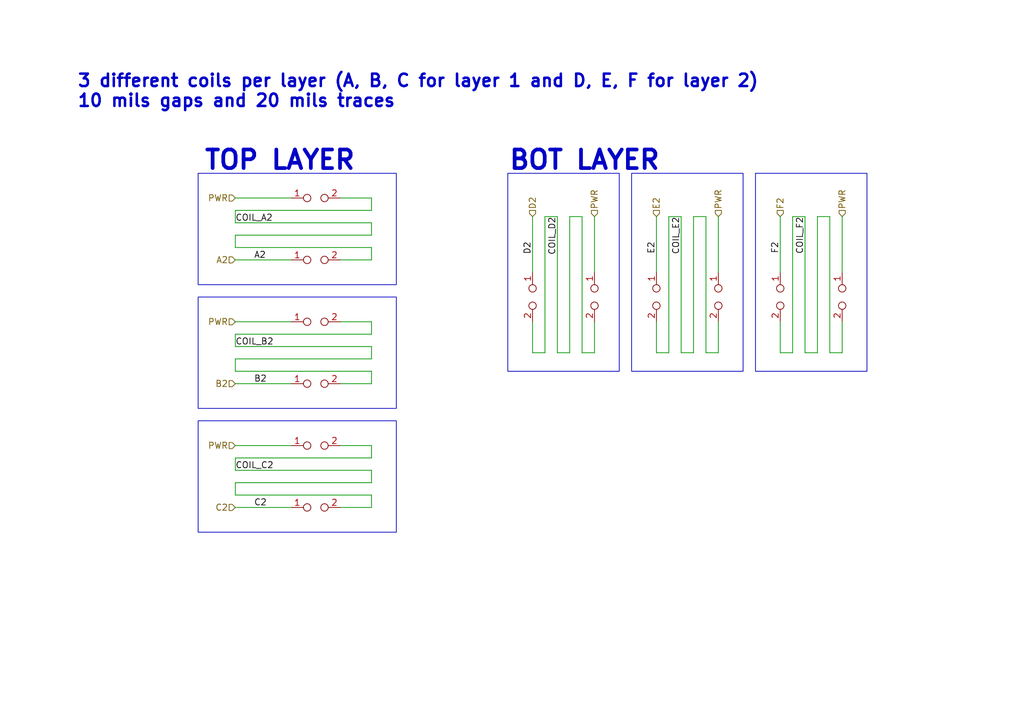
<source format=kicad_sch>
(kicad_sch (version 20231120) (generator "eeschema") (generator_version "8.0")
  (paper "A5")
  (title_block (title "Coil module 2") (date "2024-06-13") (rev "0.1") (comment 1 "Jonas Stirnemann"))
  (lib_symbols
    (symbol "Connector:TestPoint_2Pole" (pin_names (offset 0.762) hide)
      (property "Reference" "TP" (at 0 1.524 0))
      (property "Value" "TestPoint_2Pole" (at 0 -1.778 0))
      (symbol "TestPoint_2Pole_0_1"
        (circle (center -1.778 0) (radius 0.762))
        (circle (center 1.778 0) (radius 0.762))
        (pin passive line (at -5.08 0 0) (length 2.54) (name "1") (number "1"))
        (pin passive line (at 5.08 0 180) (length 2.54) (name "2") (number "2"))
      )
    )
  )
  (wire (pts (xy 170.18 72.39) (xy 172.72 72.39)))
  (wire (pts (xy 114.3 44.45) (xy 114.3 72.39)))
  (wire (pts (xy 69.85 78.74) (xy 76.2 78.74)))
  (wire (pts (xy 142.24 72.39) (xy 142.24 44.45)))
  (wire (pts (xy 59.69 66.04) (xy 48.26 66.04)))
  (wire (pts (xy 48.26 76.2) (xy 48.26 73.66)))
  (wire (pts (xy 172.72 72.39) (xy 172.72 66.04)))
  (wire (pts (xy 76.2 73.66) (xy 76.2 71.12)))
  (wire (pts (xy 69.85 104.14) (xy 76.2 104.14)))
  (wire (pts (xy 48.26 71.12) (xy 48.26 68.58)))
  (wire (pts (xy 109.22 72.39) (xy 111.76 72.39)))
  (wire (pts (xy 48.26 104.14) (xy 59.69 104.14)))
  (wire (pts (xy 48.26 53.34) (xy 59.69 53.34)))
  (wire (pts (xy 167.64 44.45) (xy 170.18 44.45)))
  (wire (pts (xy 76.2 104.14) (xy 76.2 101.6)))
  (wire (pts (xy 76.2 66.04) (xy 69.85 66.04)))
  (wire (pts (xy 69.85 53.34) (xy 76.2 53.34)))
  (wire (pts (xy 76.2 101.6) (xy 48.26 101.6)))
  (wire (pts (xy 48.26 96.52) (xy 48.26 93.98)))
  (wire (pts (xy 48.26 68.58) (xy 76.2 68.58)))
  (wire (pts (xy 134.62 44.45) (xy 134.62 55.88)))
  (wire (pts (xy 139.7 72.39) (xy 142.24 72.39)))
  (wire (pts (xy 48.26 99.06) (xy 76.2 99.06)))
  (wire (pts (xy 76.2 93.98) (xy 76.2 91.44)))
  (wire (pts (xy 137.16 44.45) (xy 139.7 44.45)))
  (wire (pts (xy 165.1 44.45) (xy 165.1 72.39)))
  (wire (pts (xy 76.2 48.26) (xy 76.2 45.72)))
  (wire (pts (xy 111.76 44.45) (xy 114.3 44.45)))
  (wire (pts (xy 59.69 91.44) (xy 48.26 91.44)))
  (wire (pts (xy 147.32 55.88) (xy 147.32 44.45)))
  (wire (pts (xy 76.2 71.12) (xy 48.26 71.12)))
  (wire (pts (xy 160.02 72.39) (xy 162.56 72.39)))
  (wire (pts (xy 76.2 50.8) (xy 48.26 50.8)))
  (wire (pts (xy 137.16 72.39) (xy 137.16 44.45)))
  (wire (pts (xy 59.69 40.64) (xy 48.26 40.64)))
  (wire (pts (xy 134.62 72.39) (xy 137.16 72.39)))
  (wire (pts (xy 119.38 72.39) (xy 121.92 72.39)))
  (wire (pts (xy 144.78 44.45) (xy 144.78 72.39)))
  (wire (pts (xy 170.18 44.45) (xy 170.18 72.39)))
  (wire (pts (xy 139.7 44.45) (xy 139.7 72.39)))
  (wire (pts (xy 116.84 72.39) (xy 116.84 44.45)))
  (wire (pts (xy 76.2 45.72) (xy 48.26 45.72)))
  (wire (pts (xy 162.56 72.39) (xy 162.56 44.45)))
  (wire (pts (xy 165.1 72.39) (xy 167.64 72.39)))
  (wire (pts (xy 48.26 43.18) (xy 76.2 43.18)))
  (wire (pts (xy 142.24 44.45) (xy 144.78 44.45)))
  (wire (pts (xy 109.22 66.04) (xy 109.22 72.39)))
  (wire (pts (xy 160.02 66.04) (xy 160.02 72.39)))
  (wire (pts (xy 48.26 78.74) (xy 59.69 78.74)))
  (wire (pts (xy 48.26 101.6) (xy 48.26 99.06)))
  (wire (pts (xy 48.26 93.98) (xy 76.2 93.98)))
  (wire (pts (xy 76.2 91.44) (xy 69.85 91.44)))
  (wire (pts (xy 147.32 72.39) (xy 147.32 66.04)))
  (wire (pts (xy 114.3 72.39) (xy 116.84 72.39)))
  (wire (pts (xy 76.2 40.64) (xy 69.85 40.64)))
  (wire (pts (xy 109.22 44.45) (xy 109.22 55.88)))
  (wire (pts (xy 76.2 99.06) (xy 76.2 96.52)))
  (wire (pts (xy 116.84 44.45) (xy 119.38 44.45)))
  (wire (pts (xy 76.2 53.34) (xy 76.2 50.8)))
  (wire (pts (xy 76.2 76.2) (xy 48.26 76.2)))
  (wire (pts (xy 76.2 68.58) (xy 76.2 66.04)))
  (wire (pts (xy 119.38 44.45) (xy 119.38 72.39)))
  (wire (pts (xy 121.92 72.39) (xy 121.92 66.04)))
  (wire (pts (xy 48.26 45.72) (xy 48.26 43.18)))
  (wire (pts (xy 121.92 55.88) (xy 121.92 44.45)))
  (wire (pts (xy 144.78 72.39) (xy 147.32 72.39)))
  (wire (pts (xy 167.64 72.39) (xy 167.64 44.45)))
  (wire (pts (xy 172.72 55.88) (xy 172.72 44.45)))
  (wire (pts (xy 162.56 44.45) (xy 165.1 44.45)))
  (wire (pts (xy 48.26 48.26) (xy 76.2 48.26)))
  (wire (pts (xy 111.76 72.39) (xy 111.76 44.45)))
  (wire (pts (xy 160.02 44.45) (xy 160.02 55.88)))
  (wire (pts (xy 48.26 50.8) (xy 48.26 48.26)))
  (wire (pts (xy 134.62 66.04) (xy 134.62 72.39)))
  (wire (pts (xy 76.2 43.18) (xy 76.2 40.64)))
  (wire (pts (xy 48.26 73.66) (xy 76.2 73.66)))
  (wire (pts (xy 76.2 96.52) (xy 48.26 96.52)))
  (wire (pts (xy 76.2 78.74) (xy 76.2 76.2)))
  (rectangle (start 154.94 35.56) (end 177.8 76.2))
  (rectangle (start 104.14 35.56) (end 127 76.2))
  (rectangle (start 129.54 35.56) (end 152.4 76.2))
  (rectangle (start 40.64 35.56) (end 81.28 58.42))
  (rectangle (start 40.64 60.96) (end 81.28 83.82))
  (rectangle (start 40.64 86.36) (end 81.28 109.22))
  (text "BOT LAYER" (at 104.14 33.02 0) (effects (font (size 3.81 3.81) (thickness 0.762) (bold yes)) (justify left)))
  (text "TOP LAYER" (at 41.656 33.02 0) (effects (font (size 3.81 3.81) (thickness 0.762) (bold yes)) (justify left)))
  (text "3 different coils per layer (A, B, C for layer 1 and D, E, F for layer 2)\n10 mils gaps and 20 mils traces\n" (at 15.748 18.796 0) (effects (font (size 2.54 2.54) (thickness 0.508) (bold yes)) (justify left)))
  (label "A2" (at 52.07 53.34 0))
  (label "COIL_D2" (at 114.3 44.45 270))
  (label "COIL_E2" (at 139.7 44.45 270))
  (label "COIL_A2" (at 48.26 45.72 0))
  (label "COIL_C2" (at 48.26 96.52 0))
  (label "F2" (at 160.02 49.53 270))
  (label "C2" (at 52.07 104.14 0))
  (label "COIL_F2" (at 165.1 44.45 270))
  (label "D2" (at 109.22 49.53 270))
  (label "COIL_B2" (at 48.26 71.12 0))
  (label "B2" (at 52.07 78.74 0))
  (label "E2" (at 134.62 49.53 270))
  (hierarchical_label "PWR" (shape input) (at 172.72 44.45 90))
  (hierarchical_label "PWR" (shape input) (at 48.26 40.64 180))
  (hierarchical_label "PWR" (shape input) (at 48.26 91.44 180))
  (hierarchical_label "A2" (shape input) (at 48.26 53.34 180))
  (hierarchical_label "D2" (shape input) (at 109.22 44.45 90))
  (hierarchical_label "PWR" (shape input) (at 147.32 44.45 90))
  (hierarchical_label "B2" (shape input) (at 48.26 78.74 180))
  (hierarchical_label "PWR" (shape input) (at 48.26 66.04 180))
  (hierarchical_label "PWR" (shape input) (at 121.92 44.45 90))
  (hierarchical_label "F2" (shape input) (at 160.02 44.45 90))
  (hierarchical_label "E2" (shape input) (at 134.62 44.45 90))
  (hierarchical_label "C2" (shape input) (at 48.26 104.14 180))
  (symbol (lib_id "Connector:TestPoint_2Pole") (at 64.77 91.44 0) (unit 1)
    (property "Reference" "TP17" (effects (hide yes)))
    (property "Value" "TestPoint_2Pole" (effects (hide yes)))
    (property "Footprint" "pads:pad_dual" (effects (hide yes)))
    (property "Description" "2-polar test point" (effects (hide yes)))
  )
  (symbol (lib_id "Connector:TestPoint_2Pole") (at 64.77 104.14 0) (unit 1)
    (property "Reference" "TP18" (effects (hide yes)))
    (property "Value" "TestPoint_2Pole" (effects (hide yes)))
    (property "Footprint" "pads:pad_dual" (effects (hide yes)))
    (property "Description" "2-polar test point" (effects (hide yes)))
  )
  (symbol (lib_id "Connector:TestPoint_2Pole") (at 109.22 60.96 270) (unit 1)
    (property "Reference" "TP7" (effects (hide yes)))
    (property "Value" "TestPoint_2Pole" (effects (hide yes)))
    (property "Footprint" "pads:pad_dual" (effects (hide yes)))
    (property "Description" "2-polar test point" (effects (hide yes)))
  )
  (symbol (lib_id "Connector:TestPoint_2Pole") (at 64.77 66.04 0) (unit 1)
    (property "Reference" "TP6" (effects (hide yes)))
    (property "Value" "TestPoint_2Pole" (effects (hide yes)))
    (property "Footprint" "pads:pad_dual" (effects (hide yes)))
    (property "Description" "2-polar test point" (effects (hide yes)))
  )
  (symbol (lib_id "Connector:TestPoint_2Pole") (at 134.62 60.96 270) (unit 1)
    (property "Reference" "TP9" (effects (hide yes)))
    (property "Value" "TestPoint_2Pole" (effects (hide yes)))
    (property "Footprint" "pads:pad_dual" (effects (hide yes)))
    (property "Description" "2-polar test point" (effects (hide yes)))
  )
  (symbol (lib_id "Connector:TestPoint_2Pole") (at 121.92 60.96 270) (unit 1)
    (property "Reference" "TP8" (effects (hide yes)))
    (property "Value" "TestPoint_2Pole" (effects (hide yes)))
    (property "Footprint" "pads:pad_dual" (effects (hide yes)))
    (property "Description" "2-polar test point" (effects (hide yes)))
  )
  (symbol (lib_id "Connector:TestPoint_2Pole") (at 64.77 78.74 0) (unit 1)
    (property "Reference" "TP16" (effects (hide yes)))
    (property "Value" "TestPoint_2Pole" (effects (hide yes)))
    (property "Footprint" "pads:pad_dual" (effects (hide yes)))
    (property "Description" "2-polar test point" (effects (hide yes)))
  )
  (symbol (lib_id "Connector:TestPoint_2Pole") (at 64.77 53.34 0) (unit 1)
    (property "Reference" "TP15" (effects (hide yes)))
    (property "Value" "TestPoint_2Pole" (effects (hide yes)))
    (property "Footprint" "pads:pad_dual" (effects (hide yes)))
    (property "Description" "2-polar test point" (effects (hide yes)))
  )
  (symbol (lib_id "Connector:TestPoint_2Pole") (at 160.02 60.96 270) (unit 1)
    (property "Reference" "TP19" (effects (hide yes)))
    (property "Value" "TestPoint_2Pole" (effects (hide yes)))
    (property "Footprint" "pads:pad_dual" (effects (hide yes)))
    (property "Description" "2-polar test point" (effects (hide yes)))
  )
  (symbol (lib_id "Connector:TestPoint_2Pole") (at 64.77 40.64 0) (unit 1)
    (property "Reference" "TP5" (effects (hide yes)))
    (property "Value" "TestPoint_2Pole" (effects (hide yes)))
    (property "Footprint" "pads:pad_dual" (effects (hide yes)))
    (property "Description" "2-polar test point" (effects (hide yes)))
  )
  (symbol (lib_id "Connector:TestPoint_2Pole") (at 172.72 60.96 270) (unit 1)
    (property "Reference" "TP20" (effects (hide yes)))
    (property "Value" "TestPoint_2Pole" (effects (hide yes)))
    (property "Footprint" "pads:pad_dual" (effects (hide yes)))
    (property "Description" "2-polar test point" (effects (hide yes)))
  )
  (symbol (lib_id "Connector:TestPoint_2Pole") (at 147.32 60.96 270) (unit 1)
    (property "Reference" "TP10" (effects (hide yes)))
    (property "Value" "TestPoint_2Pole" (effects (hide yes)))
    (property "Footprint" "pads:pad_dual" (effects (hide yes)))
    (property "Description" "2-polar test point" (effects (hide yes)))
  )
)
</source>
